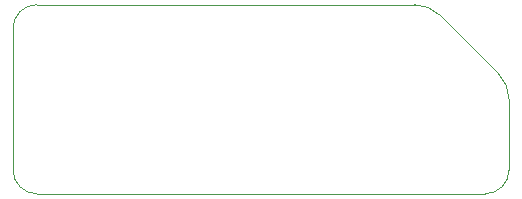
<source format=gbr>
%TF.GenerationSoftware,KiCad,Pcbnew,(6.0.7)*%
%TF.CreationDate,2023-01-15T17:04:05+01:00*%
%TF.ProjectId,I_CAN_has_carrot,495f4341-4e5f-4686-9173-5f636172726f,rev?*%
%TF.SameCoordinates,Original*%
%TF.FileFunction,Profile,NP*%
%FSLAX46Y46*%
G04 Gerber Fmt 4.6, Leading zero omitted, Abs format (unit mm)*
G04 Created by KiCad (PCBNEW (6.0.7)) date 2023-01-15 17:04:05*
%MOMM*%
%LPD*%
G01*
G04 APERTURE LIST*
%TA.AperFunction,Profile*%
%ADD10C,0.100000*%
%TD*%
G04 APERTURE END LIST*
D10*
X100000000Y-64000000D02*
G75*
G03*
X102000000Y-66000000I2000000J0D01*
G01*
X140000000Y-66000000D02*
G75*
G03*
X142000000Y-64000000I0J2000000D01*
G01*
X136121320Y-50878680D02*
G75*
G03*
X134000000Y-50000000I-2121320J-2121320D01*
G01*
X141121320Y-55878680D02*
X136121320Y-50878680D01*
X142000000Y-58000000D02*
X142000000Y-64000000D01*
X100000000Y-52000000D02*
X100000000Y-64000000D01*
X102000000Y-50000000D02*
G75*
G03*
X100000000Y-52000000I0J-2000000D01*
G01*
X140000000Y-66000000D02*
X102000000Y-66000000D01*
X134000000Y-50000000D02*
X102000000Y-50000000D01*
X142000000Y-58000000D02*
G75*
G03*
X141121320Y-55878680I-3000000J0D01*
G01*
M02*

</source>
